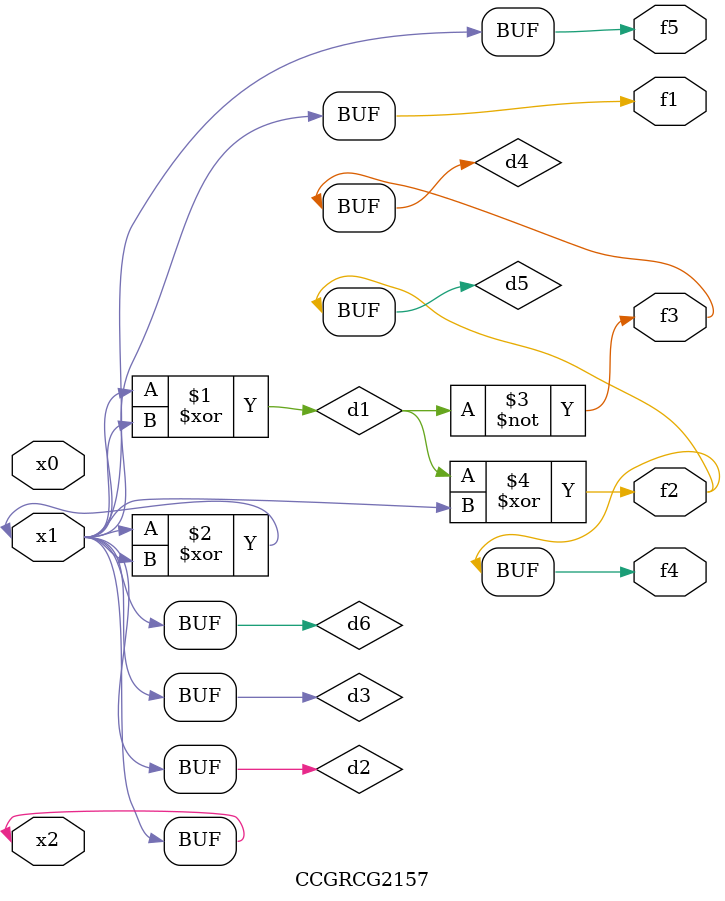
<source format=v>
module CCGRCG2157(
	input x0, x1, x2,
	output f1, f2, f3, f4, f5
);

	wire d1, d2, d3, d4, d5, d6;

	xor (d1, x1, x2);
	buf (d2, x1, x2);
	xor (d3, x1, x2);
	nor (d4, d1);
	xor (d5, d1, d2);
	buf (d6, d2, d3);
	assign f1 = d6;
	assign f2 = d5;
	assign f3 = d4;
	assign f4 = d5;
	assign f5 = d6;
endmodule

</source>
